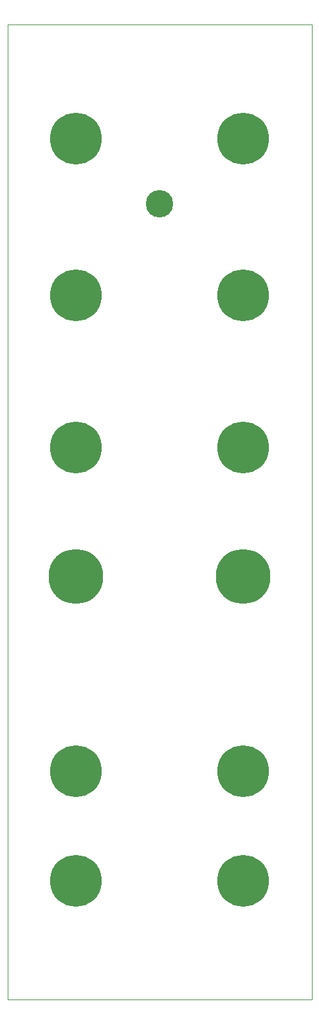
<source format=gtl>
G04 #@! TF.GenerationSoftware,KiCad,Pcbnew,(6.0.6)*
G04 #@! TF.CreationDate,2022-10-26T12:52:20+02:00*
G04 #@! TF.ProjectId,Snare+Hihat,536e6172-652b-4486-9968-61742e6b6963,rev?*
G04 #@! TF.SameCoordinates,Original*
G04 #@! TF.FileFunction,Copper,L1,Top*
G04 #@! TF.FilePolarity,Positive*
%FSLAX46Y46*%
G04 Gerber Fmt 4.6, Leading zero omitted, Abs format (unit mm)*
G04 Created by KiCad (PCBNEW (6.0.6)) date 2022-10-26 12:52:20*
%MOMM*%
%LPD*%
G01*
G04 APERTURE LIST*
G04 #@! TA.AperFunction,Profile*
%ADD10C,0.050000*%
G04 #@! TD*
G04 #@! TA.AperFunction,ViaPad*
%ADD11C,6.800000*%
G04 #@! TD*
G04 #@! TA.AperFunction,ViaPad*
%ADD12C,3.600000*%
G04 #@! TD*
G04 #@! TA.AperFunction,ViaPad*
%ADD13C,7.200000*%
G04 #@! TD*
G04 APERTURE END LIST*
D10*
X117500000Y-22000000D02*
X117499999Y-145500001D01*
X117500000Y-150000000D02*
X117499999Y-145500001D01*
X117500000Y-22000000D02*
X157500000Y-22000000D01*
X157500000Y-150000000D02*
X117500000Y-150000000D01*
X157500000Y-22000000D02*
X157500000Y-150000000D01*
D11*
X126500000Y-120000000D03*
D12*
X137500000Y-45500000D03*
D11*
X148500000Y-120000000D03*
X126500000Y-134400000D03*
D13*
X148500000Y-94500000D03*
D11*
X148500000Y-57550000D03*
X126500000Y-37000000D03*
X126500000Y-77500000D03*
X126500000Y-57550000D03*
X148500000Y-37000000D03*
X148500000Y-77500000D03*
D13*
X126500000Y-94500000D03*
D11*
X148500000Y-134400000D03*
M02*

</source>
